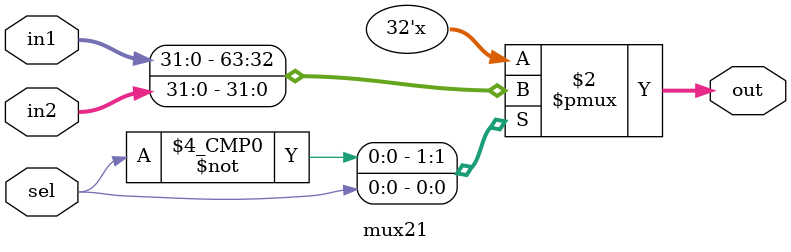
<source format=v>
`include "minsoc_defines.v"

module minsoc_onchip_ram_top ( 
  wb_clk_i, wb_rst_i, 
 
  wb_dat_i, wb_dat_o, wb_adr_i, wb_sel_i, wb_we_i, wb_cyc_i, 
  wb_stb_i, wb_ack_o, wb_err_o 
); 
 
// 
// Parameters 
//
parameter    adr_width = 13;		//Memory address width, is composed by blocks of aw_int, is not allowed to be less than 12
localparam    aw_int = 11;       	//11 = 2048
localparam    blocks = (1<<(adr_width-aw_int)); //generated memory contains "blocks" memory blocks of 2048x32 2048 depth x32 bit data

// 
// I/O Ports 
// 
input      wb_clk_i; 
input      wb_rst_i; 
 
// 
// WB slave i/f 
// 
input  [31:0]   wb_dat_i; 
output [31:0]   wb_dat_o; 
input  [31:0]   wb_adr_i; 
input  [3:0]    wb_sel_i; 
input      wb_we_i; 
input      wb_cyc_i; 
input      wb_stb_i; 
output     wb_ack_o; 
output     wb_err_o; 
 
// 
// Internal regs and wires 
// 
wire    we; 
wire [3:0]  be_i; 
wire [31:0]  wb_dat_o; 
reg    ack_we; 
reg    ack_re; 
// 
// Aliases and simple assignments 
// 
assign wb_ack_o = ack_re | ack_we; 
assign wb_err_o = wb_cyc_i & wb_stb_i & (|wb_adr_i[23:adr_width+2]);  // If Access to > (8-bit leading prefix ignored) 
assign we = wb_cyc_i & wb_stb_i & wb_we_i & (|wb_sel_i[3:0]); 
assign be_i = (wb_cyc_i & wb_stb_i) * wb_sel_i; 
 
// 
// Write acknowledge 
// 
always @ (negedge wb_clk_i or posedge wb_rst_i) 
begin 
if (wb_rst_i) 
    ack_we <= 1'b0; 
  else 
  if (wb_cyc_i & wb_stb_i & wb_we_i & ~ack_we) 
    ack_we <= #1 1'b1; 
  else 
    ack_we <= #1 1'b0; 
end 
 
// 
// read acknowledge 
// 
always @ (posedge wb_clk_i or posedge wb_rst_i) 
begin 
  if (wb_rst_i) 
    ack_re <= 1'b0; 
  else 
  if (wb_cyc_i & wb_stb_i & ~wb_err_o & ~wb_we_i & ~ack_re) 
    ack_re <= #1 1'b1; 
  else 
    ack_re <= #1 1'b0; 
end 

//Generic (multiple inputs x 1 output) MUX
localparam mux_in_nr = blocks;
localparam slices = adr_width-aw_int;
localparam mux_out_nr = blocks-1;

wire [31:0] int_dat_o[0:mux_in_nr-1];
wire [31:0] mux_out[0:mux_out_nr-1];

generate
genvar j, k;
	for (j=0; j<slices; j=j+1) begin : SLICES
		for (k=0; k<(mux_in_nr>>(j+1)); k=k+1) begin : MUX
			if (j==0) begin
				mux21 #
                (
                    .dw(32)
                ) 
                mux_int(
                    .sel( wb_adr_i[aw_int+2+j] ), 
                    .in1( int_dat_o[k*2] ),
				    .in2( int_dat_o[k*2+1] ), 
                    .out( mux_out[k] )
                );
			end
			else begin
				mux21 #
                (
                    .dw(32)
                ) 
                mux_int(
                    .sel( wb_adr_i[aw_int+2+j] ), 
				    .in1( mux_out[(mux_in_nr-(mux_in_nr>>(j-1)))+k*2] ), 
				    .in2( mux_out[(mux_in_nr-(mux_in_nr>>(j-1)))+k*2+1] ), 
				    .out( mux_out[(mux_in_nr-(mux_in_nr>>j))+k] )
                );
			end
		end
	end
endgenerate

//last output = total output
assign wb_dat_o = mux_out[mux_out_nr-1];

//(mux_in_nr-(mux_in_nr>>j)): 
//-Given sum of 2^i | i = x -> y series can be resumed to 2^(y+1)-2^x
//so, with this expression I'm evaluating how many times the internal loop has been run

wire [blocks-1:0] bank;
 
generate 
genvar i;
    for (i=0; i < blocks; i=i+1) begin : MEM

        assign bank[i] = wb_adr_i[adr_width+1:aw_int+2] == i;

        //BANK0
/*        minsoc_onchip_ram block_ram_0 ( 
            .clk(wb_clk_i), 
            .rst(wb_rst_i),
            .addr(wb_adr_i[aw_int+1:2]), 
            .di(wb_dat_i[7:0]), 
            .doq(int_dat_o[i][7:0]), 
            .we(we & bank[i]), 
            .oe(1'b1),
            .ce(be_i[0])
        ); 
*/
		  RAMB16_S9 block_ram_0(
				.CLK(wb_clk_i),
				.SSR(wb_rst_i),
				.ADDR(wb_adr_i[aw_int+1:2]),
				.DI(wb_dat_i[7:0]),
				.DIP(1'b0),
				.EN(be_i[0]),
				.WE(we & bank[i]),
				.DO(int_dat_o[i][7:0]),
				.DOP()
			);

/*
        minsoc_onchip_ram block_ram_1 ( 
            .clk(wb_clk_i), 
            .rst(wb_rst_i),
            .addr(wb_adr_i[aw_int+1:2]), 
            .di(wb_dat_i[15:8]), 
            .doq(int_dat_o[i][15:8]), 
            .we(we & bank[i]), 
            .oe(1'b1),
            .ce(be_i[1])
        );
*/		  
		  RAMB16_S9 block_ram_1(
				.CLK(wb_clk_i),
				.SSR(wb_rst_i),
				.ADDR(wb_adr_i[aw_int+1:2]),
				.DI(wb_dat_i[15:8]),
				.DIP(1'b0),
				.EN(be_i[1]),
				.WE(we & bank[i]),
				.DO(int_dat_o[i][15:8]),
				.DOP()
			);
/*
        minsoc_onchip_ram block_ram_2 ( 
            .clk(wb_clk_i), 
            .rst(wb_rst_i),
            .addr(wb_adr_i[aw_int+1:2]), 
            .di(wb_dat_i[23:16]), 
            .doq(int_dat_o[i][23:16]), 
            .we(we & bank[i]), 
            .oe(1'b1),
            .ce(be_i[2])
        ); 
*/
		  RAMB16_S9 block_ram_2(
				.CLK(wb_clk_i),
				.SSR(wb_rst_i),
				.ADDR(wb_adr_i[aw_int+1:2]),
				.DI(wb_dat_i[23:16]),
				.DIP(1'b0),
				.EN(be_i[2]),
				.WE(we & bank[i]),
				.DO(int_dat_o[i][23:16]),
				.DOP()
			);

/*
        minsoc_onchip_ram block_ram_3 ( 
            .clk(wb_clk_i), 
            .rst(wb_rst_i),
            .addr(wb_adr_i[aw_int+1:2]), 
            .di(wb_dat_i[31:24]), 
            .doq(int_dat_o[i][31:24]), 
            .we(we & bank[i]), 
            .oe(1'b1),
            .ce(be_i[3])
        ); 
*/
		  RAMB16_S9 block_ram_3(
				.CLK(wb_clk_i),
				.SSR(wb_rst_i),
				.ADDR(wb_adr_i[aw_int+1:2]),
				.DI(wb_dat_i[31:24]),
				.DIP(1'b0),
				.EN(be_i[3]),
				.WE(we & bank[i]),
				.DO(int_dat_o[i][31:24]),
				.DOP()
			);

    end
endgenerate



`ifdef BLOCK_RAM_INIT_UART
 `include "../../sw/uart/uart.init"
`else
 `ifdef BLOCK_RAM_INIT_ETH
  `include "../../sw/eth/eth.init"
 `endif
`endif

 
endmodule 

module mux21(sel,in1,in2,out);

parameter dw = 32;

input sel;
input [dw-1:0] in1, in2;
output reg [dw-1:0] out;

always @ (sel or in1 or in2)
begin
	case (sel)
		1'b0: out = in1;
		1'b1: out = in2;
	endcase
end

endmodule

</source>
